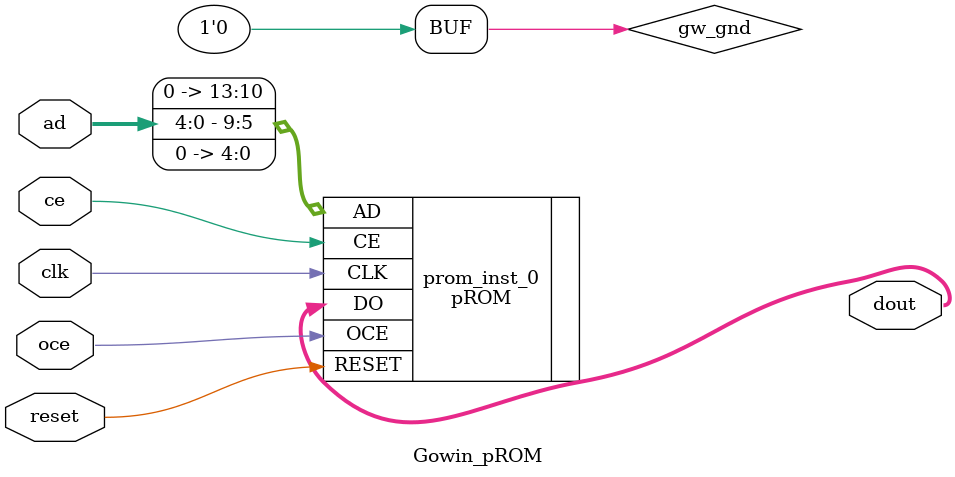
<source format=v>

module Gowin_pROM (dout, clk, oce, ce, reset, ad);

output [31:0] dout;
input clk;
input oce;
input ce;
input reset;
input [4:0] ad;

wire gw_gnd;

assign gw_gnd = 1'b0;

pROM prom_inst_0 (
    .DO(dout[31:0]),
    .CLK(clk),
    .OCE(oce),
    .CE(ce),
    .RESET(reset),
    .AD({gw_gnd,gw_gnd,gw_gnd,gw_gnd,ad[4:0],gw_gnd,gw_gnd,gw_gnd,gw_gnd,gw_gnd})
);

defparam prom_inst_0.READ_MODE = 1'b0;
defparam prom_inst_0.BIT_WIDTH = 32;
defparam prom_inst_0.RESET_MODE = "SYNC";

endmodule //Gowin_pROM

</source>
